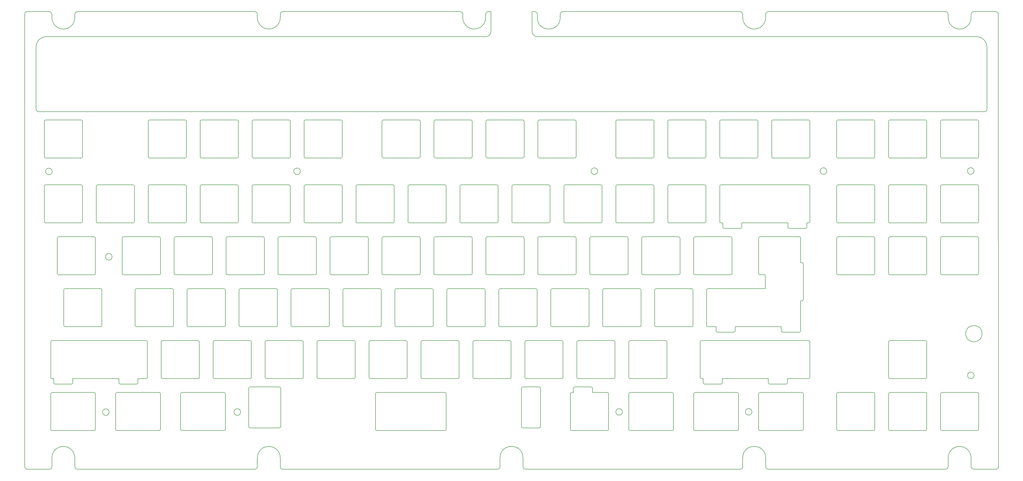
<source format=gbr>
%TF.GenerationSoftware,KiCad,Pcbnew,7.0.5*%
%TF.CreationDate,2023-07-12T21:57:34+02:00*%
%TF.ProjectId,Strata_Universal,53747261-7461-45f5-956e-697665727361,rev?*%
%TF.SameCoordinates,Original*%
%TF.FileFunction,Profile,NP*%
%FSLAX46Y46*%
G04 Gerber Fmt 4.6, Leading zero omitted, Abs format (unit mm)*
G04 Created by KiCad (PCBNEW 7.0.5) date 2023-07-12 21:57:34*
%MOMM*%
%LPD*%
G01*
G04 APERTURE LIST*
%TA.AperFunction,Profile*%
%ADD10C,0.200000*%
%TD*%
G04 APERTURE END LIST*
D10*
X-49763066Y142996348D02*
G75*
G03*
X-49763066Y142996348I-1200000J0D01*
G01*
X-27775844Y111682566D02*
G75*
G03*
X-27775844Y111682566I-1200000J0D01*
G01*
X-28877620Y54662882D02*
G75*
G03*
X-28877620Y54662882I-1200000J0D01*
G01*
X19322374Y54686956D02*
G75*
G03*
X19322374Y54686956I-1200000J0D01*
G01*
X41236922Y143041799D02*
G75*
G03*
X41236922Y143041799I-1200000J0D01*
G01*
X150236909Y143096240D02*
G75*
G03*
X150236909Y143096240I-1200000J0D01*
G01*
X159322357Y54756880D02*
G75*
G03*
X159322357Y54756880I-1200000J0D01*
G01*
X206822351Y54780604D02*
G75*
G03*
X206822351Y54780604I-1200000J0D01*
G01*
X234236898Y143138194D02*
G75*
G03*
X234236898Y143138194I-1200000J0D01*
G01*
X288236892Y143165165D02*
G75*
G03*
X288236892Y143165165I-1200000J0D01*
G01*
X288274359Y68149174D02*
G75*
G03*
X288274359Y68149174I-1200000J0D01*
G01*
X291192771Y83466697D02*
G75*
G03*
X291192771Y83466697I-3000000J0D01*
G01*
X-14832144Y80440344D02*
G75*
G03*
X-15332092Y80940344I-499975J25D01*
G01*
X-14832092Y80440344D02*
X-14832092Y67440344D01*
X-15332092Y66940342D02*
G75*
G03*
X-14832092Y67440344I-27J500027D01*
G01*
X-15332092Y66940344D02*
X-18300342Y66940344D01*
X-18300342Y66940344D02*
X-18300342Y65440344D01*
X-18800342Y64940392D02*
G75*
G03*
X-18300342Y65440344I23J499977D01*
G01*
X-18800342Y64940344D02*
X-24800342Y64940344D01*
X-25300344Y65440344D02*
G75*
G03*
X-24800342Y64940344I500025J25D01*
G01*
X-25300342Y65440344D02*
X-25300342Y66940344D01*
X-25300342Y66940344D02*
X-42176342Y66940344D01*
X-42176342Y66940344D02*
X-42176342Y65440344D01*
X-42676342Y64940392D02*
G75*
G03*
X-42176342Y65440344I23J499977D01*
G01*
X-42676342Y64940344D02*
X-48676342Y64940344D01*
X-49176344Y65440344D02*
G75*
G03*
X-48676342Y64940344I500025J25D01*
G01*
X-49176342Y65440344D02*
X-49176342Y66940344D01*
X-49176342Y66940344D02*
X-49763342Y66940344D01*
X-50263344Y67440344D02*
G75*
G03*
X-49763342Y66940344I500025J25D01*
G01*
X-50263342Y67440344D02*
X-50263342Y80440344D01*
X-49763342Y80940392D02*
G75*
G03*
X-50263342Y80440344I23J-500023D01*
G01*
X-49763342Y80940344D02*
X-15996229Y80940344D01*
X-15627068Y80940344D02*
G75*
G03*
X-15996229Y80940344I-184580J-982794D01*
G01*
X-15627068Y80940344D02*
X-15332092Y80940344D01*
X251867856Y61390344D02*
G75*
G03*
X251367908Y61890344I-499975J25D01*
G01*
X251867908Y61390344D02*
X251867908Y48390344D01*
X251367908Y47890342D02*
G75*
G03*
X251867908Y48390344I-27J500027D01*
G01*
X251367908Y47890344D02*
X238367908Y47890344D01*
X237867856Y48390344D02*
G75*
G03*
X238367908Y47890344I500025J25D01*
G01*
X237867908Y48390344D02*
X237867908Y61390344D01*
X238367908Y61890342D02*
G75*
G03*
X237867908Y61390344I-27J-499973D01*
G01*
X238367908Y61890344D02*
X251367908Y61890344D01*
X289467908Y105040342D02*
G75*
G03*
X289967908Y105540344I-27J500027D01*
G01*
X289467908Y105040344D02*
X276467908Y105040344D01*
X275967856Y105540344D02*
G75*
G03*
X276467908Y105040344I500025J25D01*
G01*
X275967908Y105540344D02*
X275967908Y118540344D01*
X276467908Y119040342D02*
G75*
G03*
X275967908Y118540344I-27J-499973D01*
G01*
X276467908Y119040344D02*
X289467908Y119040344D01*
X289967856Y118540344D02*
G75*
G03*
X289467908Y119040344I-499975J25D01*
G01*
X289967908Y118540344D02*
X289967908Y105540344D01*
X-33882144Y61390344D02*
G75*
G03*
X-34382092Y61890344I-499975J25D01*
G01*
X-33882092Y61390344D02*
X-33882092Y48390344D01*
X-34382092Y47890342D02*
G75*
G03*
X-33882092Y48390344I-27J500027D01*
G01*
X-34382092Y47890344D02*
X-49763342Y47890344D01*
X-50263344Y48390344D02*
G75*
G03*
X-49763342Y47890344I500025J25D01*
G01*
X-50263342Y48390344D02*
X-50263342Y61390344D01*
X-49763342Y61890392D02*
G75*
G03*
X-50263342Y61390344I23J-500023D01*
G01*
X-49763342Y61890344D02*
X-34382092Y61890344D01*
X94705356Y61390344D02*
G75*
G03*
X94205408Y61890344I-499975J25D01*
G01*
X94705408Y61390344D02*
X94705408Y48390344D01*
X94205408Y47890342D02*
G75*
G03*
X94705408Y48390344I-27J500027D01*
G01*
X94205408Y47890344D02*
X69299158Y47890344D01*
X68799156Y48390344D02*
G75*
G03*
X69299158Y47890344I500025J25D01*
G01*
X68799158Y48390344D02*
X68799158Y61390344D01*
X69299158Y61890392D02*
G75*
G03*
X68799158Y61390344I23J-500023D01*
G01*
X69299158Y61890344D02*
X94205408Y61890344D01*
X201861656Y61390344D02*
G75*
G03*
X201361658Y61890344I-499975J25D01*
G01*
X201861658Y61390344D02*
X201861658Y48390344D01*
X201361658Y47890392D02*
G75*
G03*
X201861658Y48390344I23J499977D01*
G01*
X201361658Y47890344D02*
X185980408Y47890344D01*
X185480356Y48390344D02*
G75*
G03*
X185980408Y47890344I500025J25D01*
G01*
X185480408Y48390344D02*
X185480408Y61390344D01*
X185980408Y61890342D02*
G75*
G03*
X185480408Y61390344I-27J-499973D01*
G01*
X185980408Y61890344D02*
X201361658Y61890344D01*
X156617856Y80440344D02*
G75*
G03*
X156117908Y80940344I-499975J25D01*
G01*
X156617908Y80440344D02*
X156617908Y67440344D01*
X156117908Y66940342D02*
G75*
G03*
X156617908Y67440344I-27J500027D01*
G01*
X156117908Y66940344D02*
X143117908Y66940344D01*
X142617856Y67440344D02*
G75*
G03*
X143117908Y66940344I500025J25D01*
G01*
X142617908Y67440344D02*
X142617908Y80440344D01*
X143117908Y80940342D02*
G75*
G03*
X142617908Y80440344I-27J-499973D01*
G01*
X143117908Y80940344D02*
X156117908Y80940344D01*
X80417856Y80440344D02*
G75*
G03*
X79917908Y80940344I-499975J25D01*
G01*
X80417908Y80440344D02*
X80417908Y67440344D01*
X79917908Y66940342D02*
G75*
G03*
X80417908Y67440344I-27J500027D01*
G01*
X79917908Y66940344D02*
X66917908Y66940344D01*
X66417856Y67440344D02*
G75*
G03*
X66917908Y66940344I500025J25D01*
G01*
X66417908Y67440344D02*
X66417908Y80440344D01*
X66917908Y80940342D02*
G75*
G03*
X66417908Y80440344I-27J-499973D01*
G01*
X66917908Y80940344D02*
X79917908Y80940344D01*
X4217856Y80440344D02*
G75*
G03*
X3717908Y80940344I-499975J25D01*
G01*
X4217908Y80440344D02*
X4217908Y67440344D01*
X3717908Y66940342D02*
G75*
G03*
X4217908Y67440344I-27J500027D01*
G01*
X3717908Y66940344D02*
X-9282092Y66940344D01*
X-9782144Y67440344D02*
G75*
G03*
X-9282092Y66940344I500025J25D01*
G01*
X-9782092Y67440344D02*
X-9782092Y80440344D01*
X-9282092Y80940342D02*
G75*
G03*
X-9782092Y80440344I-27J-499973D01*
G01*
X-9282092Y80940344D02*
X3717908Y80940344D01*
X-5307144Y99490344D02*
G75*
G03*
X-5807092Y99990344I-499975J25D01*
G01*
X-5307092Y99490344D02*
X-5307092Y86490344D01*
X-5807092Y85990342D02*
G75*
G03*
X-5307092Y86490344I-27J500027D01*
G01*
X-5807092Y85990344D02*
X-18807092Y85990344D01*
X-19307144Y86490344D02*
G75*
G03*
X-18807092Y85990344I500025J25D01*
G01*
X-19307092Y86490344D02*
X-19307092Y99490344D01*
X-18807092Y99990342D02*
G75*
G03*
X-19307092Y99490344I-27J-499973D01*
G01*
X-18807092Y99990344D02*
X-5807092Y99990344D01*
X32792856Y99490344D02*
G75*
G03*
X32292908Y99990344I-499975J25D01*
G01*
X32792908Y99490344D02*
X32792908Y86490344D01*
X32292908Y85990342D02*
G75*
G03*
X32792908Y86490344I-27J500027D01*
G01*
X32292908Y85990344D02*
X19292908Y85990344D01*
X18792856Y86490344D02*
G75*
G03*
X19292908Y85990344I500025J25D01*
G01*
X18792908Y86490344D02*
X18792908Y99490344D01*
X19292908Y99990342D02*
G75*
G03*
X18792908Y99490344I-27J-499973D01*
G01*
X19292908Y99990344D02*
X32292908Y99990344D01*
X70392908Y85990342D02*
G75*
G03*
X70892908Y86490344I-27J500027D01*
G01*
X70392908Y85990344D02*
X57392908Y85990344D01*
X56892856Y86490344D02*
G75*
G03*
X57392908Y85990344I500025J25D01*
G01*
X56892908Y86490344D02*
X56892908Y99490344D01*
X57392908Y99990342D02*
G75*
G03*
X56892908Y99490344I-27J-499973D01*
G01*
X57392908Y99990344D02*
X70392908Y99990344D01*
X70892856Y99490344D02*
G75*
G03*
X70392908Y99990344I-499975J25D01*
G01*
X70892908Y99490344D02*
X70892908Y86490344D01*
X108992856Y99490344D02*
G75*
G03*
X108492908Y99990344I-499975J25D01*
G01*
X108992908Y99490344D02*
X108992908Y86490344D01*
X108492908Y85990342D02*
G75*
G03*
X108992908Y86490344I-27J500027D01*
G01*
X108492908Y85990344D02*
X95492908Y85990344D01*
X94992856Y86490344D02*
G75*
G03*
X95492908Y85990344I500025J25D01*
G01*
X94992908Y86490344D02*
X94992908Y99490344D01*
X95492908Y99990342D02*
G75*
G03*
X94992908Y99490344I-27J-499973D01*
G01*
X95492908Y99990344D02*
X108492908Y99990344D01*
X147092856Y99490344D02*
G75*
G03*
X146592908Y99990344I-499975J25D01*
G01*
X147092908Y99490344D02*
X147092908Y86490344D01*
X146592908Y85990342D02*
G75*
G03*
X147092908Y86490344I-27J500027D01*
G01*
X146592908Y85990344D02*
X133592908Y85990344D01*
X133092856Y86490344D02*
G75*
G03*
X133592908Y85990344I500025J25D01*
G01*
X133092908Y86490344D02*
X133092908Y99490344D01*
X133592908Y99990342D02*
G75*
G03*
X133092908Y99490344I-27J-499973D01*
G01*
X133592908Y99990344D02*
X146592908Y99990344D01*
X184692908Y85990342D02*
G75*
G03*
X185192908Y86490344I-27J500027D01*
G01*
X184692908Y85990344D02*
X171692908Y85990344D01*
X171192856Y86490344D02*
G75*
G03*
X171692908Y85990344I500025J25D01*
G01*
X171192908Y86490344D02*
X171192908Y99490344D01*
X171692908Y99990342D02*
G75*
G03*
X171192908Y99490344I-27J-499973D01*
G01*
X171692908Y99990344D02*
X184692908Y99990344D01*
X185192856Y99490344D02*
G75*
G03*
X184692908Y99990344I-499975J25D01*
G01*
X185192908Y99490344D02*
X185192908Y86490344D01*
X219968356Y122590344D02*
G75*
G03*
X220468408Y122090344I500025J25D01*
G01*
X219968408Y122590344D02*
X219968408Y124090344D01*
X219968408Y124090344D02*
X203092408Y124090344D01*
X203092408Y124090344D02*
X203092408Y122590344D01*
X202592408Y122090342D02*
G75*
G03*
X203092408Y122590344I-27J500027D01*
G01*
X202592408Y122090344D02*
X196592408Y122090344D01*
X196092356Y122590344D02*
G75*
G03*
X196592408Y122090344I500025J25D01*
G01*
X196092408Y122590344D02*
X196092408Y124090344D01*
X196092408Y124090344D02*
X195505408Y124090344D01*
X195005356Y124590344D02*
G75*
G03*
X195505408Y124090344I500025J25D01*
G01*
X195005408Y124590344D02*
X195005408Y137590344D01*
X195505408Y138090342D02*
G75*
G03*
X195005408Y137590344I-27J-499973D01*
G01*
X195505408Y138090344D02*
X227555408Y138090344D01*
X228055356Y137590344D02*
G75*
G03*
X227555408Y138090344I-499975J25D01*
G01*
X228055408Y137590344D02*
X228055408Y124590344D01*
X227555408Y124090342D02*
G75*
G03*
X228055408Y124590344I-27J500027D01*
G01*
X227555408Y124090344D02*
X226968408Y124090344D01*
X226968408Y124090344D02*
X226968408Y122590344D01*
X226468408Y122090342D02*
G75*
G03*
X226968408Y122590344I-27J500027D01*
G01*
X226468408Y122090344D02*
X220468408Y122090344D01*
X132805356Y137590344D02*
G75*
G03*
X132305408Y138090344I-499975J25D01*
G01*
X132805408Y137590344D02*
X132805408Y124590344D01*
X132305408Y124090342D02*
G75*
G03*
X132805408Y124590344I-27J500027D01*
G01*
X132305408Y124090344D02*
X119305408Y124090344D01*
X118805356Y124590344D02*
G75*
G03*
X119305408Y124090344I500025J25D01*
G01*
X118805408Y124590344D02*
X118805408Y137590344D01*
X119305408Y138090342D02*
G75*
G03*
X118805408Y137590344I-27J-499973D01*
G01*
X119305408Y138090344D02*
X132305408Y138090344D01*
X56105408Y124090342D02*
G75*
G03*
X56605408Y124590344I-27J500027D01*
G01*
X56105408Y124090344D02*
X43105408Y124090344D01*
X42605356Y124590344D02*
G75*
G03*
X43105408Y124090344I500025J25D01*
G01*
X42605408Y124590344D02*
X42605408Y137590344D01*
X43105408Y138090342D02*
G75*
G03*
X42605408Y137590344I-27J-499973D01*
G01*
X43105408Y138090344D02*
X56105408Y138090344D01*
X56605356Y137590344D02*
G75*
G03*
X56105408Y138090344I-499975J25D01*
G01*
X56605408Y137590344D02*
X56605408Y124590344D01*
X-20094592Y124090342D02*
G75*
G03*
X-19594592Y124590344I-27J500027D01*
G01*
X-20094592Y124090344D02*
X-33094592Y124090344D01*
X-33594644Y124590344D02*
G75*
G03*
X-33094592Y124090344I500025J25D01*
G01*
X-33594592Y124590344D02*
X-33594592Y137590344D01*
X-33094592Y138090342D02*
G75*
G03*
X-33594592Y137590344I-27J-499973D01*
G01*
X-33094592Y138090344D02*
X-20094592Y138090344D01*
X-19594644Y137590344D02*
G75*
G03*
X-20094592Y138090344I-499975J25D01*
G01*
X-19594592Y137590344D02*
X-19594592Y124590344D01*
X-544644Y137590344D02*
G75*
G03*
X-1044592Y138090344I-499975J25D01*
G01*
X-544592Y137590344D02*
X-544592Y124590344D01*
X-1044592Y124090342D02*
G75*
G03*
X-544592Y124590344I-27J500027D01*
G01*
X-1044592Y124090344D02*
X-14044592Y124090344D01*
X-14544644Y124590344D02*
G75*
G03*
X-14044592Y124090344I500025J25D01*
G01*
X-14544592Y124590344D02*
X-14544592Y137590344D01*
X-14044592Y138090342D02*
G75*
G03*
X-14544592Y137590344I-27J-499973D01*
G01*
X-14044592Y138090344D02*
X-1044592Y138090344D01*
X75655356Y137590344D02*
G75*
G03*
X75155408Y138090344I-499975J25D01*
G01*
X75655408Y137590344D02*
X75655408Y124590344D01*
X75155408Y124090342D02*
G75*
G03*
X75655408Y124590344I-27J500027D01*
G01*
X75155408Y124090344D02*
X62155408Y124090344D01*
X61655356Y124590344D02*
G75*
G03*
X62155408Y124090344I500025J25D01*
G01*
X61655408Y124590344D02*
X61655408Y137590344D01*
X62155408Y138090342D02*
G75*
G03*
X61655408Y137590344I-27J-499973D01*
G01*
X62155408Y138090344D02*
X75155408Y138090344D01*
X151355408Y124090342D02*
G75*
G03*
X151855408Y124590344I-27J500027D01*
G01*
X151355408Y124090344D02*
X138355408Y124090344D01*
X137855356Y124590344D02*
G75*
G03*
X138355408Y124090344I500025J25D01*
G01*
X137855408Y124590344D02*
X137855408Y137590344D01*
X138355408Y138090342D02*
G75*
G03*
X137855408Y137590344I-27J-499973D01*
G01*
X138355408Y138090344D02*
X151355408Y138090344D01*
X151855356Y137590344D02*
G75*
G03*
X151355408Y138090344I-499975J25D01*
G01*
X151855408Y137590344D02*
X151855408Y124590344D01*
X224174158Y119040344D02*
X209792908Y119040344D01*
X209792908Y119040342D02*
G75*
G03*
X209292908Y118540344I-27J-499973D01*
G01*
X209292908Y118540344D02*
X209292908Y105540344D01*
X209292856Y105540344D02*
G75*
G03*
X209792908Y105040344I500025J25D01*
G01*
X209792908Y105040344D02*
X211674158Y105040344D01*
X211674158Y105040344D02*
X211674158Y99990344D01*
X211674158Y99990344D02*
X190742908Y99990344D01*
X190742908Y99990342D02*
G75*
G03*
X190242908Y99490344I-27J-499973D01*
G01*
X190242908Y99490344D02*
X190242908Y86490344D01*
X190242856Y86490344D02*
G75*
G03*
X190742908Y85990344I500025J25D01*
G01*
X190742908Y85990344D02*
X193711158Y85990344D01*
X193711158Y85990344D02*
X193711158Y84490344D01*
X193711156Y84490344D02*
G75*
G03*
X194211158Y83990344I500025J25D01*
G01*
X194211158Y83990344D02*
X200211158Y83990344D01*
X200211158Y83990392D02*
G75*
G03*
X200711158Y84490344I23J499977D01*
G01*
X200711158Y84490344D02*
X200711158Y85990344D01*
X200711158Y85990344D02*
X217587158Y85990344D01*
X217587158Y85990344D02*
X217587158Y84490344D01*
X217587156Y84490344D02*
G75*
G03*
X218087158Y83990344I500025J25D01*
G01*
X218087158Y83990344D02*
X224174158Y83990344D01*
X224174158Y83990392D02*
G75*
G03*
X224674158Y84490344I23J499977D01*
G01*
X224674158Y84490344D02*
X224674158Y95515344D01*
X224674158Y95515344D02*
X225174158Y95515344D01*
X225174158Y95515392D02*
G75*
G03*
X225674158Y96015344I23J499977D01*
G01*
X225674158Y96015344D02*
X225674158Y109015344D01*
X225674156Y109015344D02*
G75*
G03*
X225174158Y109515344I-499975J25D01*
G01*
X225174158Y109515344D02*
X224674158Y109515344D01*
X224674158Y109515344D02*
X224674158Y118540344D01*
X224674156Y118540344D02*
G75*
G03*
X224174158Y119040344I-499975J25D01*
G01*
X166142856Y99490344D02*
G75*
G03*
X165642908Y99990344I-499975J25D01*
G01*
X166142908Y99490344D02*
X166142908Y86490344D01*
X165642908Y85990342D02*
G75*
G03*
X166142908Y86490344I-27J500027D01*
G01*
X165642908Y85990344D02*
X152642908Y85990344D01*
X152142856Y86490344D02*
G75*
G03*
X152642908Y85990344I500025J25D01*
G01*
X152142908Y86490344D02*
X152142908Y99490344D01*
X152642908Y99990342D02*
G75*
G03*
X152142908Y99490344I-27J-499973D01*
G01*
X152642908Y99990344D02*
X165642908Y99990344D01*
X127542908Y85990342D02*
G75*
G03*
X128042908Y86490344I-27J500027D01*
G01*
X127542908Y85990344D02*
X114542908Y85990344D01*
X114042856Y86490344D02*
G75*
G03*
X114542908Y85990344I500025J25D01*
G01*
X114042908Y86490344D02*
X114042908Y99490344D01*
X114542908Y99990342D02*
G75*
G03*
X114042908Y99490344I-27J-499973D01*
G01*
X114542908Y99990344D02*
X127542908Y99990344D01*
X128042856Y99490344D02*
G75*
G03*
X127542908Y99990344I-499975J25D01*
G01*
X128042908Y99490344D02*
X128042908Y86490344D01*
X89942856Y99490344D02*
G75*
G03*
X89442908Y99990344I-499975J25D01*
G01*
X89942908Y99490344D02*
X89942908Y86490344D01*
X89442908Y85990342D02*
G75*
G03*
X89942908Y86490344I-27J500027D01*
G01*
X89442908Y85990344D02*
X76442908Y85990344D01*
X75942856Y86490344D02*
G75*
G03*
X76442908Y85990344I500025J25D01*
G01*
X75942908Y86490344D02*
X75942908Y99490344D01*
X76442908Y99990342D02*
G75*
G03*
X75942908Y99490344I-27J-499973D01*
G01*
X76442908Y99990344D02*
X89442908Y99990344D01*
X51842856Y99490344D02*
G75*
G03*
X51342908Y99990344I-499975J25D01*
G01*
X51842908Y99490344D02*
X51842908Y86490344D01*
X51342908Y85990342D02*
G75*
G03*
X51842908Y86490344I-27J500027D01*
G01*
X51342908Y85990344D02*
X38342908Y85990344D01*
X37842856Y86490344D02*
G75*
G03*
X38342908Y85990344I500025J25D01*
G01*
X37842908Y86490344D02*
X37842908Y99490344D01*
X38342908Y99990342D02*
G75*
G03*
X37842908Y99490344I-27J-499973D01*
G01*
X38342908Y99990344D02*
X51342908Y99990344D01*
X13742856Y99490344D02*
G75*
G03*
X13242908Y99990344I-499975J25D01*
G01*
X13742908Y99490344D02*
X13742908Y86490344D01*
X13242908Y85990342D02*
G75*
G03*
X13742908Y86490344I-27J500027D01*
G01*
X13242908Y85990344D02*
X242908Y85990344D01*
X-257144Y86490344D02*
G75*
G03*
X242908Y85990344I500025J25D01*
G01*
X-257092Y86490344D02*
X-257092Y99490344D01*
X242908Y99990342D02*
G75*
G03*
X-257092Y99490344I-27J-499973D01*
G01*
X242908Y99990344D02*
X13242908Y99990344D01*
X-31500844Y99490344D02*
G75*
G03*
X-32000842Y99990344I-499975J25D01*
G01*
X-31500842Y99490344D02*
X-31500842Y86490344D01*
X-32000842Y85990392D02*
G75*
G03*
X-31500842Y86490344I23J499977D01*
G01*
X-32000842Y85990344D02*
X-45000842Y85990344D01*
X-45500844Y86490344D02*
G75*
G03*
X-45000842Y85990344I500025J25D01*
G01*
X-45500842Y86490344D02*
X-45500842Y99490344D01*
X-45000842Y99990392D02*
G75*
G03*
X-45500842Y99490344I23J-500023D01*
G01*
X-45000842Y99990344D02*
X-32000842Y99990344D01*
X23267856Y80440344D02*
G75*
G03*
X22767908Y80940344I-499975J25D01*
G01*
X23267908Y80440344D02*
X23267908Y67440344D01*
X22767908Y66940342D02*
G75*
G03*
X23267908Y67440344I-27J500027D01*
G01*
X22767908Y66940344D02*
X9767908Y66940344D01*
X9267856Y67440344D02*
G75*
G03*
X9767908Y66940344I500025J25D01*
G01*
X9267908Y67440344D02*
X9267908Y80440344D01*
X9767908Y80940342D02*
G75*
G03*
X9267908Y80440344I-27J-499973D01*
G01*
X9767908Y80940344D02*
X22767908Y80940344D01*
X99467856Y80440344D02*
G75*
G03*
X98967908Y80940344I-499975J25D01*
G01*
X99467908Y80440344D02*
X99467908Y67440344D01*
X98967908Y66940342D02*
G75*
G03*
X99467908Y67440344I-27J500027D01*
G01*
X98967908Y66940344D02*
X85967908Y66940344D01*
X85467856Y67440344D02*
G75*
G03*
X85967908Y66940344I500025J25D01*
G01*
X85467908Y67440344D02*
X85467908Y80440344D01*
X85967908Y80940342D02*
G75*
G03*
X85467908Y80440344I-27J-499973D01*
G01*
X85967908Y80940344D02*
X98967908Y80940344D01*
X175667856Y80440344D02*
G75*
G03*
X175167908Y80940344I-499975J25D01*
G01*
X175667908Y80440344D02*
X175667908Y67440344D01*
X175167908Y66940342D02*
G75*
G03*
X175667908Y67440344I-27J500027D01*
G01*
X175167908Y66940344D02*
X162167908Y66940344D01*
X161667856Y67440344D02*
G75*
G03*
X162167908Y66940344I500025J25D01*
G01*
X161667908Y67440344D02*
X161667908Y80440344D01*
X162167908Y80940342D02*
G75*
G03*
X161667908Y80440344I-27J-499973D01*
G01*
X162167908Y80940344D02*
X175167908Y80940344D01*
X178049156Y61390344D02*
G75*
G03*
X177549158Y61890344I-499975J25D01*
G01*
X178049158Y61390344D02*
X178049158Y48390344D01*
X177549158Y47890392D02*
G75*
G03*
X178049158Y48390344I23J499977D01*
G01*
X177549158Y47890344D02*
X162167908Y47890344D01*
X161667856Y48390344D02*
G75*
G03*
X162167908Y47890344I500025J25D01*
G01*
X161667908Y48390344D02*
X161667908Y61390344D01*
X162167908Y61890342D02*
G75*
G03*
X161667908Y61390344I-27J-499973D01*
G01*
X162167908Y61890344D02*
X177549158Y61890344D01*
X34055356Y63390344D02*
G75*
G03*
X33555408Y63890344I-499975J25D01*
G01*
X34055408Y63390344D02*
X34055408Y49390344D01*
X33555408Y48890342D02*
G75*
G03*
X34055408Y49390344I-27J500027D01*
G01*
X33555408Y48890344D02*
X22799158Y48890344D01*
X22299156Y49390344D02*
G75*
G03*
X22799158Y48890344I500025J25D01*
G01*
X22299158Y49390344D02*
X22299158Y63390344D01*
X22799158Y63890392D02*
G75*
G03*
X22299158Y63390344I23J-500023D01*
G01*
X22799158Y63890344D02*
X33555408Y63890344D01*
X251867856Y137590344D02*
G75*
G03*
X251367908Y138090344I-499975J25D01*
G01*
X251867908Y137590344D02*
X251867908Y124590344D01*
X251367908Y124090342D02*
G75*
G03*
X251867908Y124590344I-27J500027D01*
G01*
X251367908Y124090344D02*
X238367908Y124090344D01*
X237867856Y124590344D02*
G75*
G03*
X238367908Y124090344I500025J25D01*
G01*
X237867908Y124590344D02*
X237867908Y137590344D01*
X238367908Y138090342D02*
G75*
G03*
X237867908Y137590344I-27J-499973D01*
G01*
X238367908Y138090344D02*
X251367908Y138090344D01*
X270417908Y105040342D02*
G75*
G03*
X270917908Y105540344I-27J500027D01*
G01*
X270417908Y105040344D02*
X257417908Y105040344D01*
X256917856Y105540344D02*
G75*
G03*
X257417908Y105040344I500025J25D01*
G01*
X256917908Y105540344D02*
X256917908Y118540344D01*
X257417908Y119040342D02*
G75*
G03*
X256917908Y118540344I-27J-499973D01*
G01*
X257417908Y119040344D02*
X270417908Y119040344D01*
X270917856Y118540344D02*
G75*
G03*
X270417908Y119040344I-499975J25D01*
G01*
X270917908Y118540344D02*
X270917908Y105540344D01*
X270917856Y61390344D02*
G75*
G03*
X270417908Y61890344I-499975J25D01*
G01*
X270917908Y61390344D02*
X270917908Y48390344D01*
X270417908Y47890342D02*
G75*
G03*
X270917908Y48390344I-27J500027D01*
G01*
X270417908Y47890344D02*
X257417908Y47890344D01*
X256917856Y48390344D02*
G75*
G03*
X257417908Y47890344I500025J25D01*
G01*
X256917908Y48390344D02*
X256917908Y61390344D01*
X257417908Y61890342D02*
G75*
G03*
X256917908Y61390344I-27J-499973D01*
G01*
X257417908Y61890344D02*
X270417908Y61890344D01*
X270917856Y80440344D02*
G75*
G03*
X270417908Y80940344I-499975J25D01*
G01*
X270917908Y80440344D02*
X270917908Y67440344D01*
X270417908Y66940342D02*
G75*
G03*
X270917908Y67440344I-27J500027D01*
G01*
X270417908Y66940344D02*
X257417908Y66940344D01*
X256917856Y67440344D02*
G75*
G03*
X257417908Y66940344I500025J25D01*
G01*
X256917908Y67440344D02*
X256917908Y80440344D01*
X257417908Y80940342D02*
G75*
G03*
X256917908Y80440344I-27J-499973D01*
G01*
X257417908Y80940344D02*
X270417908Y80940344D01*
X289967856Y137590344D02*
G75*
G03*
X289467908Y138090344I-499975J25D01*
G01*
X289967908Y137590344D02*
X289967908Y124590344D01*
X289467908Y124090342D02*
G75*
G03*
X289967908Y124590344I-27J500027D01*
G01*
X289467908Y124090344D02*
X276467908Y124090344D01*
X275967856Y124590344D02*
G75*
G03*
X276467908Y124090344I500025J25D01*
G01*
X275967908Y124590344D02*
X275967908Y137590344D01*
X276467908Y138090342D02*
G75*
G03*
X275967908Y137590344I-27J-499973D01*
G01*
X276467908Y138090344D02*
X289467908Y138090344D01*
X-10069644Y61390344D02*
G75*
G03*
X-10569592Y61890344I-499975J25D01*
G01*
X-10069592Y61390344D02*
X-10069592Y48390344D01*
X-10569592Y47890342D02*
G75*
G03*
X-10069592Y48390344I-27J500027D01*
G01*
X-10569592Y47890344D02*
X-25950842Y47890344D01*
X-26450844Y48390344D02*
G75*
G03*
X-25950842Y47890344I500025J25D01*
G01*
X-26450842Y48390344D02*
X-26450842Y61390344D01*
X-25950842Y61890392D02*
G75*
G03*
X-26450842Y61390344I23J-500023D01*
G01*
X-25950842Y61890344D02*
X-10569592Y61890344D01*
X129299156Y63390344D02*
G75*
G03*
X128799158Y63890344I-499975J25D01*
G01*
X129299158Y63390344D02*
X129299158Y49390344D01*
X128799158Y48890392D02*
G75*
G03*
X129299158Y49390344I23J499977D01*
G01*
X128799158Y48890344D02*
X122799158Y48890344D01*
X122299156Y49390344D02*
G75*
G03*
X122799158Y48890344I500025J25D01*
G01*
X122299158Y49390344D02*
X122299158Y63390344D01*
X122799158Y63890392D02*
G75*
G03*
X122299158Y63390344I23J-500023D01*
G01*
X122799158Y63890344D02*
X128799158Y63890344D01*
X225674156Y61390344D02*
G75*
G03*
X225174158Y61890344I-499975J25D01*
G01*
X225674158Y61390344D02*
X225674158Y48390344D01*
X225174158Y47890392D02*
G75*
G03*
X225674158Y48390344I23J499977D01*
G01*
X225174158Y47890344D02*
X209792908Y47890344D01*
X209292856Y48390344D02*
G75*
G03*
X209792908Y47890344I500025J25D01*
G01*
X209292908Y48390344D02*
X209292908Y61390344D01*
X209792908Y61890342D02*
G75*
G03*
X209292908Y61390344I-27J-499973D01*
G01*
X209792908Y61890344D02*
X225174158Y61890344D01*
X137067908Y66940342D02*
G75*
G03*
X137567908Y67440344I-27J500027D01*
G01*
X137067908Y66940344D02*
X124067908Y66940344D01*
X123567856Y67440344D02*
G75*
G03*
X124067908Y66940344I500025J25D01*
G01*
X123567908Y67440344D02*
X123567908Y80440344D01*
X124067908Y80940342D02*
G75*
G03*
X123567908Y80440344I-27J-499973D01*
G01*
X124067908Y80940344D02*
X137067908Y80940344D01*
X137567856Y80440344D02*
G75*
G03*
X137067908Y80940344I-499975J25D01*
G01*
X137567908Y80440344D02*
X137567908Y67440344D01*
X60867908Y66940342D02*
G75*
G03*
X61367908Y67440344I-27J500027D01*
G01*
X60867908Y66940344D02*
X47867908Y66940344D01*
X47367856Y67440344D02*
G75*
G03*
X47867908Y66940344I500025J25D01*
G01*
X47367908Y67440344D02*
X47367908Y80440344D01*
X47867908Y80940342D02*
G75*
G03*
X47367908Y80440344I-27J-499973D01*
G01*
X47867908Y80940344D02*
X60867908Y80940344D01*
X61367856Y80440344D02*
G75*
G03*
X60867908Y80940344I-499975J25D01*
G01*
X61367908Y80440344D02*
X61367908Y67440344D01*
X-10569592Y105040342D02*
G75*
G03*
X-10069592Y105540344I-27J500027D01*
G01*
X-10569592Y105040344D02*
X-23569592Y105040344D01*
X-24069644Y105540344D02*
G75*
G03*
X-23569592Y105040344I500025J25D01*
G01*
X-24069592Y105540344D02*
X-24069592Y118540344D01*
X-23569592Y119040342D02*
G75*
G03*
X-24069592Y118540344I-27J-499973D01*
G01*
X-23569592Y119040344D02*
X-10569592Y119040344D01*
X-10069644Y118540344D02*
G75*
G03*
X-10569592Y119040344I-499975J25D01*
G01*
X-10069592Y118540344D02*
X-10069592Y105540344D01*
X28030356Y118540344D02*
G75*
G03*
X27530408Y119040344I-499975J25D01*
G01*
X28030408Y118540344D02*
X28030408Y105540344D01*
X27530408Y105040342D02*
G75*
G03*
X28030408Y105540344I-27J500027D01*
G01*
X27530408Y105040344D02*
X14530408Y105040344D01*
X14030356Y105540344D02*
G75*
G03*
X14530408Y105040344I500025J25D01*
G01*
X14030408Y105540344D02*
X14030408Y118540344D01*
X14530408Y119040342D02*
G75*
G03*
X14030408Y118540344I-27J-499973D01*
G01*
X14530408Y119040344D02*
X27530408Y119040344D01*
X65630408Y105040342D02*
G75*
G03*
X66130408Y105540344I-27J500027D01*
G01*
X65630408Y105040344D02*
X52630408Y105040344D01*
X52130356Y105540344D02*
G75*
G03*
X52630408Y105040344I500025J25D01*
G01*
X52130408Y105540344D02*
X52130408Y118540344D01*
X52630408Y119040342D02*
G75*
G03*
X52130408Y118540344I-27J-499973D01*
G01*
X52630408Y119040344D02*
X65630408Y119040344D01*
X66130356Y118540344D02*
G75*
G03*
X65630408Y119040344I-499975J25D01*
G01*
X66130408Y118540344D02*
X66130408Y105540344D01*
X104230356Y118540344D02*
G75*
G03*
X103730408Y119040344I-499975J25D01*
G01*
X104230408Y118540344D02*
X104230408Y105540344D01*
X103730408Y105040342D02*
G75*
G03*
X104230408Y105540344I-27J500027D01*
G01*
X103730408Y105040344D02*
X90730408Y105040344D01*
X90230356Y105540344D02*
G75*
G03*
X90730408Y105040344I500025J25D01*
G01*
X90230408Y105540344D02*
X90230408Y118540344D01*
X90730408Y119040342D02*
G75*
G03*
X90230408Y118540344I-27J-499973D01*
G01*
X90730408Y119040344D02*
X103730408Y119040344D01*
X142330356Y118540344D02*
G75*
G03*
X141830408Y119040344I-499975J25D01*
G01*
X142330408Y118540344D02*
X142330408Y105540344D01*
X141830408Y105040342D02*
G75*
G03*
X142330408Y105540344I-27J500027D01*
G01*
X141830408Y105040344D02*
X128830408Y105040344D01*
X128330356Y105540344D02*
G75*
G03*
X128830408Y105040344I500025J25D01*
G01*
X128330408Y105540344D02*
X128330408Y118540344D01*
X128830408Y119040342D02*
G75*
G03*
X128330408Y118540344I-27J-499973D01*
G01*
X128830408Y119040344D02*
X141830408Y119040344D01*
X180430356Y118540344D02*
G75*
G03*
X179930408Y119040344I-499975J25D01*
G01*
X180430408Y118540344D02*
X180430408Y105540344D01*
X179930408Y105040342D02*
G75*
G03*
X180430408Y105540344I-27J500027D01*
G01*
X179930408Y105040344D02*
X166930408Y105040344D01*
X166430356Y105540344D02*
G75*
G03*
X166930408Y105040344I500025J25D01*
G01*
X166430408Y105540344D02*
X166430408Y118540344D01*
X166930408Y119040342D02*
G75*
G03*
X166430408Y118540344I-27J-499973D01*
G01*
X166930408Y119040344D02*
X179930408Y119040344D01*
X189955356Y137590344D02*
G75*
G03*
X189455408Y138090344I-499975J25D01*
G01*
X189955408Y137590344D02*
X189955408Y124590344D01*
X189455408Y124090342D02*
G75*
G03*
X189955408Y124590344I-27J500027D01*
G01*
X189455408Y124090344D02*
X176455408Y124090344D01*
X175955356Y124590344D02*
G75*
G03*
X176455408Y124090344I500025J25D01*
G01*
X175955408Y124590344D02*
X175955408Y137590344D01*
X176455408Y138090342D02*
G75*
G03*
X175955408Y137590344I-27J-499973D01*
G01*
X176455408Y138090344D02*
X189455408Y138090344D01*
X113755356Y137590344D02*
G75*
G03*
X113255408Y138090344I-499975J25D01*
G01*
X113755408Y137590344D02*
X113755408Y124590344D01*
X113255408Y124090342D02*
G75*
G03*
X113755408Y124590344I-27J500027D01*
G01*
X113255408Y124090344D02*
X100255408Y124090344D01*
X99755356Y124590344D02*
G75*
G03*
X100255408Y124090344I500025J25D01*
G01*
X99755408Y124590344D02*
X99755408Y137590344D01*
X100255408Y138090342D02*
G75*
G03*
X99755408Y137590344I-27J-499973D01*
G01*
X100255408Y138090344D02*
X113255408Y138090344D01*
X37555356Y137590344D02*
G75*
G03*
X37055408Y138090344I-499975J25D01*
G01*
X37555408Y137590344D02*
X37555408Y124590344D01*
X37055408Y124090342D02*
G75*
G03*
X37555408Y124590344I-27J500027D01*
G01*
X37055408Y124090344D02*
X24055408Y124090344D01*
X23555356Y124590344D02*
G75*
G03*
X24055408Y124090344I500025J25D01*
G01*
X23555408Y124590344D02*
X23555408Y137590344D01*
X24055408Y138090342D02*
G75*
G03*
X23555408Y137590344I-27J-499973D01*
G01*
X24055408Y138090344D02*
X37055408Y138090344D01*
X-38644644Y137590344D02*
G75*
G03*
X-39144592Y138090344I-499975J25D01*
G01*
X-38644592Y137590344D02*
X-38644592Y124590344D01*
X-39144592Y124090342D02*
G75*
G03*
X-38644592Y124590344I-27J500027D01*
G01*
X-39144592Y124090344D02*
X-52144592Y124090344D01*
X-52644644Y124590344D02*
G75*
G03*
X-52144592Y124090344I500025J25D01*
G01*
X-52644592Y124590344D02*
X-52644592Y137590344D01*
X-52144592Y138090342D02*
G75*
G03*
X-52644592Y137590344I-27J-499973D01*
G01*
X-52144592Y138090344D02*
X-39144592Y138090344D01*
X18505356Y137590344D02*
G75*
G03*
X18005408Y138090344I-499975J25D01*
G01*
X18505408Y137590344D02*
X18505408Y124590344D01*
X18005408Y124090342D02*
G75*
G03*
X18505408Y124590344I-27J500027D01*
G01*
X18005408Y124090344D02*
X5005408Y124090344D01*
X4505356Y124590344D02*
G75*
G03*
X5005408Y124090344I500025J25D01*
G01*
X4505408Y124590344D02*
X4505408Y137590344D01*
X5005408Y138090342D02*
G75*
G03*
X4505408Y137590344I-27J-499973D01*
G01*
X5005408Y138090344D02*
X18005408Y138090344D01*
X94705356Y137590344D02*
G75*
G03*
X94205408Y138090344I-499975J25D01*
G01*
X94705408Y137590344D02*
X94705408Y124590344D01*
X94205408Y124090342D02*
G75*
G03*
X94705408Y124590344I-27J500027D01*
G01*
X94205408Y124090344D02*
X81205408Y124090344D01*
X80705356Y124590344D02*
G75*
G03*
X81205408Y124090344I500025J25D01*
G01*
X80705408Y124590344D02*
X80705408Y137590344D01*
X81205408Y138090342D02*
G75*
G03*
X80705408Y137590344I-27J-499973D01*
G01*
X81205408Y138090344D02*
X94205408Y138090344D01*
X170905356Y137590344D02*
G75*
G03*
X170405408Y138090344I-499975J25D01*
G01*
X170905408Y137590344D02*
X170905408Y124590344D01*
X170405408Y124090342D02*
G75*
G03*
X170905408Y124590344I-27J500027D01*
G01*
X170405408Y124090344D02*
X157405408Y124090344D01*
X156905356Y124590344D02*
G75*
G03*
X157405408Y124090344I500025J25D01*
G01*
X156905408Y124590344D02*
X156905408Y137590344D01*
X157405408Y138090342D02*
G75*
G03*
X156905408Y137590344I-27J-499973D01*
G01*
X157405408Y138090344D02*
X170405408Y138090344D01*
X199480356Y118540344D02*
G75*
G03*
X198980408Y119040344I-499975J25D01*
G01*
X199480408Y118540344D02*
X199480408Y105540344D01*
X198980408Y105040342D02*
G75*
G03*
X199480408Y105540344I-27J500027D01*
G01*
X198980408Y105040344D02*
X185980408Y105040344D01*
X185480356Y105540344D02*
G75*
G03*
X185980408Y105040344I500025J25D01*
G01*
X185480408Y105540344D02*
X185480408Y118540344D01*
X185980408Y119040342D02*
G75*
G03*
X185480408Y118540344I-27J-499973D01*
G01*
X185980408Y119040344D02*
X198980408Y119040344D01*
X161380356Y118540344D02*
G75*
G03*
X160880408Y119040344I-499975J25D01*
G01*
X161380408Y118540344D02*
X161380408Y105540344D01*
X160880408Y105040342D02*
G75*
G03*
X161380408Y105540344I-27J500027D01*
G01*
X160880408Y105040344D02*
X147880408Y105040344D01*
X147380356Y105540344D02*
G75*
G03*
X147880408Y105040344I500025J25D01*
G01*
X147380408Y105540344D02*
X147380408Y118540344D01*
X147880408Y119040342D02*
G75*
G03*
X147380408Y118540344I-27J-499973D01*
G01*
X147880408Y119040344D02*
X160880408Y119040344D01*
X123280356Y118540344D02*
G75*
G03*
X122780408Y119040344I-499975J25D01*
G01*
X123280408Y118540344D02*
X123280408Y105540344D01*
X122780408Y105040342D02*
G75*
G03*
X123280408Y105540344I-27J500027D01*
G01*
X122780408Y105040344D02*
X109780408Y105040344D01*
X109280356Y105540344D02*
G75*
G03*
X109780408Y105040344I500025J25D01*
G01*
X109280408Y105540344D02*
X109280408Y118540344D01*
X109780408Y119040342D02*
G75*
G03*
X109280408Y118540344I-27J-499973D01*
G01*
X109780408Y119040344D02*
X122780408Y119040344D01*
X85180356Y118540344D02*
G75*
G03*
X84680408Y119040344I-499975J25D01*
G01*
X85180408Y118540344D02*
X85180408Y105540344D01*
X84680408Y105040342D02*
G75*
G03*
X85180408Y105540344I-27J500027D01*
G01*
X84680408Y105040344D02*
X71680408Y105040344D01*
X71180356Y105540344D02*
G75*
G03*
X71680408Y105040344I500025J25D01*
G01*
X71180408Y105540344D02*
X71180408Y118540344D01*
X71680408Y119040342D02*
G75*
G03*
X71180408Y118540344I-27J-499973D01*
G01*
X71680408Y119040344D02*
X84680408Y119040344D01*
X47080356Y118540344D02*
G75*
G03*
X46580408Y119040344I-499975J25D01*
G01*
X47080408Y118540344D02*
X47080408Y105540344D01*
X46580408Y105040342D02*
G75*
G03*
X47080408Y105540344I-27J500027D01*
G01*
X46580408Y105040344D02*
X33580408Y105040344D01*
X33080356Y105540344D02*
G75*
G03*
X33580408Y105040344I500025J25D01*
G01*
X33080408Y105540344D02*
X33080408Y118540344D01*
X33580408Y119040342D02*
G75*
G03*
X33080408Y118540344I-27J-499973D01*
G01*
X33580408Y119040344D02*
X46580408Y119040344D01*
X8480408Y105040342D02*
G75*
G03*
X8980408Y105540344I-27J500027D01*
G01*
X8480408Y105040344D02*
X-4519592Y105040344D01*
X-5019644Y105540344D02*
G75*
G03*
X-4519592Y105040344I500025J25D01*
G01*
X-5019592Y105540344D02*
X-5019592Y118540344D01*
X-4519592Y119040342D02*
G75*
G03*
X-5019592Y118540344I-27J-499973D01*
G01*
X-4519592Y119040344D02*
X8480408Y119040344D01*
X8980356Y118540344D02*
G75*
G03*
X8480408Y119040344I-499975J25D01*
G01*
X8980408Y118540344D02*
X8980408Y105540344D01*
X-34382092Y105040342D02*
G75*
G03*
X-33882092Y105540344I-27J500027D01*
G01*
X-34382092Y105040344D02*
X-47382092Y105040344D01*
X-47882144Y105540344D02*
G75*
G03*
X-47382092Y105040344I500025J25D01*
G01*
X-47882092Y105540344D02*
X-47882092Y118540344D01*
X-47382092Y119040342D02*
G75*
G03*
X-47882092Y118540344I-27J-499973D01*
G01*
X-47382092Y119040344D02*
X-34382092Y119040344D01*
X-33882144Y118540344D02*
G75*
G03*
X-34382092Y119040344I-499975J25D01*
G01*
X-33882092Y118540344D02*
X-33882092Y105540344D01*
X42317856Y80440344D02*
G75*
G03*
X41817908Y80940344I-499975J25D01*
G01*
X42317908Y80440344D02*
X42317908Y67440344D01*
X41817908Y66940342D02*
G75*
G03*
X42317908Y67440344I-27J500027D01*
G01*
X41817908Y66940344D02*
X28817908Y66940344D01*
X28317856Y67440344D02*
G75*
G03*
X28817908Y66940344I500025J25D01*
G01*
X28317908Y67440344D02*
X28317908Y80440344D01*
X28817908Y80940342D02*
G75*
G03*
X28317908Y80440344I-27J-499973D01*
G01*
X28817908Y80940344D02*
X41817908Y80940344D01*
X118517856Y80440344D02*
G75*
G03*
X118017908Y80940344I-499975J25D01*
G01*
X118517908Y80440344D02*
X118517908Y67440344D01*
X118017908Y66940342D02*
G75*
G03*
X118517908Y67440344I-27J500027D01*
G01*
X118017908Y66940344D02*
X105017908Y66940344D01*
X104517856Y67440344D02*
G75*
G03*
X105017908Y66940344I500025J25D01*
G01*
X104517908Y67440344D02*
X104517908Y80440344D01*
X105017908Y80940342D02*
G75*
G03*
X104517908Y80440344I-27J-499973D01*
G01*
X105017908Y80940344D02*
X118017908Y80940344D01*
X228055356Y80440344D02*
G75*
G03*
X227555408Y80940344I-499975J25D01*
G01*
X228055408Y80440344D02*
X228055408Y67440344D01*
X227555408Y66940342D02*
G75*
G03*
X228055408Y67440344I-27J500027D01*
G01*
X227555408Y66940344D02*
X219824658Y66940344D01*
X219824658Y66940344D02*
X219824658Y65440344D01*
X219324658Y64940392D02*
G75*
G03*
X219824658Y65440344I23J499977D01*
G01*
X219324658Y64940344D02*
X213324658Y64940344D01*
X212824656Y65440344D02*
G75*
G03*
X213324658Y64940344I500025J25D01*
G01*
X212824658Y65440344D02*
X212824658Y66940344D01*
X212824658Y66940344D02*
X195948658Y66940344D01*
X195948658Y66940344D02*
X195948658Y65440344D01*
X195448658Y64940392D02*
G75*
G03*
X195948658Y65440344I23J499977D01*
G01*
X195448658Y64940344D02*
X189448658Y64940344D01*
X188948656Y65440344D02*
G75*
G03*
X189448658Y64940344I500025J25D01*
G01*
X188948658Y65440344D02*
X188948658Y66940344D01*
X188948658Y66940344D02*
X188361658Y66940344D01*
X187861656Y67440344D02*
G75*
G03*
X188361658Y66940344I500025J25D01*
G01*
X187861658Y67440344D02*
X187861658Y80440344D01*
X188361658Y80940392D02*
G75*
G03*
X187861658Y80440344I23J-500023D01*
G01*
X188361658Y80940344D02*
X227555408Y80940344D01*
X140236656Y48390344D02*
G75*
G03*
X140736658Y47890344I500025J25D01*
G01*
X140236658Y48390344D02*
X140236658Y61390344D01*
X140736658Y61890392D02*
G75*
G03*
X140236658Y61390344I23J-500023D01*
G01*
X140736658Y61890344D02*
X141355408Y61890344D01*
X141355408Y61890344D02*
X141355408Y63390344D01*
X141855408Y63890342D02*
G75*
G03*
X141355408Y63390344I-27J-499973D01*
G01*
X141855408Y63890344D02*
X147855408Y63890344D01*
X148355356Y63390344D02*
G75*
G03*
X147855408Y63890344I-499975J25D01*
G01*
X148355408Y63390344D02*
X148355408Y61890344D01*
X148355408Y61890344D02*
X153736658Y61890344D01*
X154236656Y61390344D02*
G75*
G03*
X153736658Y61890344I-499975J25D01*
G01*
X154236658Y61390344D02*
X154236658Y48390344D01*
X153736658Y47890392D02*
G75*
G03*
X154236658Y48390344I23J499977D01*
G01*
X153736658Y47890344D02*
X140736658Y47890344D01*
X-2638344Y48390344D02*
G75*
G03*
X-2138342Y47890344I500025J25D01*
G01*
X-2638342Y48390344D02*
X-2638342Y61390344D01*
X-2138342Y61890392D02*
G75*
G03*
X-2638342Y61390344I23J-500023D01*
G01*
X-2138342Y61890344D02*
X13242908Y61890344D01*
X13742856Y61390344D02*
G75*
G03*
X13242908Y61890344I-499975J25D01*
G01*
X13742908Y61390344D02*
X13742908Y48390344D01*
X13242908Y47890342D02*
G75*
G03*
X13742908Y48390344I-27J500027D01*
G01*
X13242908Y47890344D02*
X-2138342Y47890344D01*
X270917856Y137590344D02*
G75*
G03*
X270417908Y138090344I-499975J25D01*
G01*
X270917908Y137590344D02*
X270917908Y124590344D01*
X270417908Y124090342D02*
G75*
G03*
X270917908Y124590344I-27J500027D01*
G01*
X270417908Y124090344D02*
X257417908Y124090344D01*
X256917856Y124590344D02*
G75*
G03*
X257417908Y124090344I500025J25D01*
G01*
X256917908Y124590344D02*
X256917908Y137590344D01*
X257417908Y138090342D02*
G75*
G03*
X256917908Y137590344I-27J-499973D01*
G01*
X257417908Y138090344D02*
X270417908Y138090344D01*
X251367908Y105040342D02*
G75*
G03*
X251867908Y105540344I-27J500027D01*
G01*
X251367908Y105040344D02*
X238367908Y105040344D01*
X237867856Y105540344D02*
G75*
G03*
X238367908Y105040344I500025J25D01*
G01*
X237867908Y105540344D02*
X237867908Y118540344D01*
X238367908Y119040342D02*
G75*
G03*
X237867908Y118540344I-27J-499973D01*
G01*
X238367908Y119040344D02*
X251367908Y119040344D01*
X251867856Y118540344D02*
G75*
G03*
X251367908Y119040344I-499975J25D01*
G01*
X251867908Y118540344D02*
X251867908Y105540344D01*
X289967856Y61390344D02*
G75*
G03*
X289467908Y61890344I-499975J25D01*
G01*
X289967908Y61390344D02*
X289967908Y48390344D01*
X289467908Y47890342D02*
G75*
G03*
X289967908Y48390344I-27J500027D01*
G01*
X289467908Y47890344D02*
X276467908Y47890344D01*
X275967856Y48390344D02*
G75*
G03*
X276467908Y47890344I500025J25D01*
G01*
X275967908Y48390344D02*
X275967908Y61390344D01*
X276467908Y61890342D02*
G75*
G03*
X275967908Y61390344I-27J-499973D01*
G01*
X276467908Y61890344D02*
X289467908Y61890344D01*
X-55646673Y165902881D02*
G75*
G03*
X-54646674Y164902875I1000004J-2D01*
G01*
X-55646668Y165902881D02*
X-55646523Y188680072D01*
X-51864499Y192462053D02*
G75*
G03*
X-55646523Y188680072I-20J-3782004D01*
G01*
X-51864499Y192462048D02*
X109159220Y192461023D01*
X109159220Y192461117D02*
G75*
G03*
X111159233Y194461010I61J1999952D01*
G01*
X111159233Y194461010D02*
X111159279Y201661015D01*
X111159279Y201661015D02*
X110197352Y201661021D01*
X110197352Y201661104D02*
G75*
G03*
X109197346Y200660858I29J-1000035D01*
G01*
X109197346Y200660858D02*
X109197541Y199461737D01*
X100797541Y199460368D02*
G75*
G03*
X109197541Y199461737I4200000J681D01*
G01*
X100797541Y199460368D02*
X100797345Y200661250D01*
X100797399Y200661250D02*
G75*
G03*
X99797352Y201661087I-1000018J-181D01*
G01*
X99797352Y201661087D02*
X34875352Y201661501D01*
X34875352Y201661504D02*
G75*
G03*
X33875346Y200661338I29J-1000035D01*
G01*
X33875346Y200661338D02*
X33875541Y199462216D01*
X25475541Y199460847D02*
G75*
G03*
X33875541Y199462216I4200000J682D01*
G01*
X25475541Y199460847D02*
X25475345Y200661730D01*
X25475379Y200661730D02*
G75*
G03*
X24475352Y201661567I-999998J-161D01*
G01*
X24475352Y201661567D02*
X-40446648Y201661980D01*
X-40446648Y201662004D02*
G75*
G03*
X-41446654Y200661817I29J-1000035D01*
G01*
X-41446654Y200661817D02*
X-41446459Y199462695D01*
X-49846459Y199461326D02*
G75*
G03*
X-41446459Y199462695I4200000J683D01*
G01*
X-49846459Y199461326D02*
X-49846655Y200662209D01*
X-49846642Y200662209D02*
G75*
G03*
X-50846648Y201662046I-999977J-140D01*
G01*
X-50846648Y201662046D02*
X-58842442Y201662097D01*
X-58842442Y201662098D02*
G75*
G03*
X-59842448Y200661934I-7J-999999D01*
G01*
X-59842448Y200661934D02*
X-59815400Y34695346D01*
X-59815380Y34695346D02*
G75*
G03*
X-58815406Y33695508I999961J123D01*
G01*
X-58815406Y33695508D02*
X-50846972Y33695458D01*
X-50846972Y33695516D02*
G75*
G03*
X-49846966Y34695621I53J999953D01*
G01*
X-49846966Y34695621D02*
X-49847487Y37894743D01*
X-41447491Y37896112D02*
G75*
G03*
X-49847487Y37894743I-4199998J-683D01*
G01*
X-41447488Y37896112D02*
X-41446966Y34695229D01*
X-41446896Y34695229D02*
G75*
G03*
X-40446972Y33695392I999977J140D01*
G01*
X-40446972Y33695392D02*
X24475028Y33694978D01*
X24475028Y33695016D02*
G75*
G03*
X25475034Y34695141I53J999953D01*
G01*
X25475034Y34695141D02*
X25474512Y37894263D01*
X33874510Y37895632D02*
G75*
G03*
X25474512Y37894263I-4199999J-683D01*
G01*
X33874512Y37895632D02*
X33875034Y34694749D01*
X33875124Y34694749D02*
G75*
G03*
X34875028Y33694912I999957J120D01*
G01*
X34875028Y33694912D02*
X113459376Y33694412D01*
X113459376Y33694368D02*
G75*
G03*
X114459382Y34694575I5J1000001D01*
G01*
X114459382Y34694575D02*
X114458861Y37893697D01*
X122858901Y37895066D02*
G75*
G03*
X114458861Y37893697I-4200020J-697D01*
G01*
X122858861Y37895066D02*
X122859383Y34694183D01*
X122859358Y34694183D02*
G75*
G03*
X123859376Y33694346I1000023J186D01*
G01*
X123859376Y33694346D02*
X202443725Y33693845D01*
X202443725Y33693819D02*
G75*
G03*
X203443731Y34694008I-44J1000050D01*
G01*
X203443731Y34694008D02*
X203443210Y37893131D01*
X211843152Y37894500D02*
G75*
G03*
X203443210Y37893131I-4199971J-731D01*
G01*
X211843210Y37894500D02*
X211843731Y34693616D01*
X211843791Y34693616D02*
G75*
G03*
X212843725Y33693779I999990J153D01*
G01*
X212843725Y33693779D02*
X277765725Y33693366D01*
X277765725Y33693419D02*
G75*
G03*
X278765731Y34693529I56J999950D01*
G01*
X278765731Y34693529D02*
X278765210Y37892651D01*
X287165152Y37894020D02*
G75*
G03*
X278765210Y37892651I-4199971J-651D01*
G01*
X287165210Y37894020D02*
X287165731Y34693137D01*
X287165712Y34693137D02*
G75*
G03*
X288165725Y33693300I999969J132D01*
G01*
X288165725Y33693300D02*
X296207041Y33693248D01*
X296207041Y33693302D02*
G75*
G03*
X297207048Y34693411I40J999967D01*
G01*
X297207048Y34693411D02*
X297180000Y200660000D01*
X297179949Y200660000D02*
G75*
G03*
X296180006Y201659837I-999968J-131D01*
G01*
X296180006Y201659837D02*
X288166049Y201659888D01*
X288166049Y201659907D02*
G75*
G03*
X287166043Y200659725I32J-1000038D01*
G01*
X287166043Y200659725D02*
X287166238Y199460603D01*
X278766324Y199459234D02*
G75*
G03*
X287166238Y199460603I4199957J635D01*
G01*
X278766238Y199459234D02*
X278766043Y200660117D01*
X278766066Y200660117D02*
G75*
G03*
X277766049Y201659954I-999985J-148D01*
G01*
X277766049Y201659954D02*
X212844049Y201660368D01*
X212844049Y201660407D02*
G75*
G03*
X211844043Y200660205I32J-1000038D01*
G01*
X211844043Y200660205D02*
X211844238Y199461082D01*
X203444324Y199459714D02*
G75*
G03*
X211844238Y199461082I4199957J655D01*
G01*
X203444238Y199459714D02*
X203444043Y200660597D01*
X203444046Y200660597D02*
G75*
G03*
X202444049Y201660434I-999965J-128D01*
G01*
X202444049Y201660434D02*
X137522049Y201660847D01*
X137522049Y201660907D02*
G75*
G03*
X136522043Y200660684I32J-1000038D01*
G01*
X136522043Y200660684D02*
X136522238Y199461562D01*
X128122244Y199460193D02*
G75*
G03*
X136522238Y199461562I4199997J686D01*
G01*
X128122238Y199460193D02*
X128122043Y200661076D01*
X128122125Y200661076D02*
G75*
G03*
X127122049Y201660913I-1000044J-207D01*
G01*
X127122049Y201660913D02*
X126159725Y201660920D01*
X126159725Y201660920D02*
X126159680Y194460914D01*
X126159714Y194460914D02*
G75*
G03*
X128159667Y192460902I1999967J-45D01*
G01*
X128159667Y192460902D02*
X289184188Y192459877D01*
X292966189Y188677853D02*
G75*
G03*
X289184188Y192459877I-3782008J16D01*
G01*
X292966164Y188677853D02*
X292966019Y165900663D01*
X291966013Y164900631D02*
G75*
G03*
X292966019Y165900663I-32J1000038D01*
G01*
X291966013Y164900669D02*
X-54646674Y164902875D01*
X289968066Y161402854D02*
G75*
G03*
X289468060Y161902854I-499985J15D01*
G01*
X289968060Y161402854D02*
X289968060Y148402854D01*
X289468060Y147902890D02*
G75*
G03*
X289968060Y148402854I21J499979D01*
G01*
X289468060Y147902854D02*
X276468060Y147902854D01*
X275968066Y148402854D02*
G75*
G03*
X276468060Y147902854I500015J15D01*
G01*
X275968060Y148402854D02*
X275968060Y161402854D01*
X276468060Y161902890D02*
G75*
G03*
X275968060Y161402854I21J-500021D01*
G01*
X276468060Y161902854D02*
X289468060Y161902854D01*
X209005566Y161402854D02*
G75*
G03*
X208505560Y161902854I-499985J15D01*
G01*
X209005560Y161402854D02*
X209005560Y148402854D01*
X208505560Y147902890D02*
G75*
G03*
X209005560Y148402854I21J499979D01*
G01*
X208505560Y147902854D02*
X195505560Y147902854D01*
X195005566Y148402854D02*
G75*
G03*
X195505560Y147902854I500015J15D01*
G01*
X195005560Y148402854D02*
X195005560Y161402854D01*
X195505560Y161902890D02*
G75*
G03*
X195005560Y161402854I21J-500021D01*
G01*
X195505560Y161902854D02*
X208505560Y161902854D01*
X123280566Y161402854D02*
G75*
G03*
X122780560Y161902854I-499985J15D01*
G01*
X123280560Y161402854D02*
X123280560Y148402854D01*
X122780560Y147902890D02*
G75*
G03*
X123280560Y148402854I21J499979D01*
G01*
X122780560Y147902854D02*
X109780560Y147902854D01*
X109280566Y148402854D02*
G75*
G03*
X109780560Y147902854I500015J15D01*
G01*
X109280560Y148402854D02*
X109280560Y161402854D01*
X109780560Y161902890D02*
G75*
G03*
X109280560Y161402854I21J-500021D01*
G01*
X109780560Y161902854D02*
X122780560Y161902854D01*
X37055560Y147902890D02*
G75*
G03*
X37555560Y148402854I21J499979D01*
G01*
X37055560Y147902854D02*
X24055560Y147902854D01*
X23555566Y148402854D02*
G75*
G03*
X24055560Y147902854I500015J15D01*
G01*
X23555560Y148402854D02*
X23555560Y161402854D01*
X24055560Y161902890D02*
G75*
G03*
X23555560Y161402854I21J-500021D01*
G01*
X24055560Y161902854D02*
X37055560Y161902854D01*
X37555566Y161402854D02*
G75*
G03*
X37055560Y161902854I-499985J15D01*
G01*
X37555560Y161402854D02*
X37555560Y148402854D01*
X-39144440Y147902890D02*
G75*
G03*
X-38644440Y148402854I21J499979D01*
G01*
X-39144440Y147902854D02*
X-52144440Y147902854D01*
X-52644434Y148402854D02*
G75*
G03*
X-52144440Y147902854I500015J15D01*
G01*
X-52644440Y148402854D02*
X-52644440Y161402854D01*
X-52144440Y161902890D02*
G75*
G03*
X-52644440Y161402854I21J-500021D01*
G01*
X-52144440Y161902854D02*
X-39144440Y161902854D01*
X-38644434Y161402854D02*
G75*
G03*
X-39144440Y161902854I-499985J15D01*
G01*
X-38644440Y161402854D02*
X-38644440Y148402854D01*
X56105560Y147902890D02*
G75*
G03*
X56605560Y148402854I21J499979D01*
G01*
X56105560Y147902854D02*
X43105560Y147902854D01*
X42605566Y148402854D02*
G75*
G03*
X43105560Y147902854I500015J15D01*
G01*
X42605560Y148402854D02*
X42605560Y161402854D01*
X43105560Y161902890D02*
G75*
G03*
X42605560Y161402854I21J-500021D01*
G01*
X43105560Y161902854D02*
X56105560Y161902854D01*
X56605566Y161402854D02*
G75*
G03*
X56105560Y161902854I-499985J15D01*
G01*
X56605560Y161402854D02*
X56605560Y148402854D01*
X142330566Y161402854D02*
G75*
G03*
X141830560Y161902854I-499985J15D01*
G01*
X142330560Y161402854D02*
X142330560Y148402854D01*
X141830560Y147902890D02*
G75*
G03*
X142330560Y148402854I21J499979D01*
G01*
X141830560Y147902854D02*
X128830560Y147902854D01*
X128330566Y148402854D02*
G75*
G03*
X128830560Y147902854I500015J15D01*
G01*
X128330560Y148402854D02*
X128330560Y161402854D01*
X128830560Y161902890D02*
G75*
G03*
X128330560Y161402854I21J-500021D01*
G01*
X128830560Y161902854D02*
X141830560Y161902854D01*
X228055566Y161402854D02*
G75*
G03*
X227555560Y161902854I-499985J15D01*
G01*
X228055560Y161402854D02*
X228055560Y148402854D01*
X227555560Y147902890D02*
G75*
G03*
X228055560Y148402854I21J499979D01*
G01*
X227555560Y147902854D02*
X214555560Y147902854D01*
X214055566Y148402854D02*
G75*
G03*
X214555560Y147902854I500015J15D01*
G01*
X214055560Y148402854D02*
X214055560Y161402854D01*
X214555560Y161902890D02*
G75*
G03*
X214055560Y161402854I21J-500021D01*
G01*
X214555560Y161902854D02*
X227555560Y161902854D01*
X270918066Y161402854D02*
G75*
G03*
X270418060Y161902854I-499985J15D01*
G01*
X270918060Y161402854D02*
X270918060Y148402854D01*
X270418060Y147902890D02*
G75*
G03*
X270918060Y148402854I21J499979D01*
G01*
X270418060Y147902854D02*
X257418060Y147902854D01*
X256918066Y148402854D02*
G75*
G03*
X257418060Y147902854I500015J15D01*
G01*
X256918060Y148402854D02*
X256918060Y161402854D01*
X257418060Y161902890D02*
G75*
G03*
X256918060Y161402854I21J-500021D01*
G01*
X257418060Y161902854D02*
X270418060Y161902854D01*
X189955566Y161402854D02*
G75*
G03*
X189455560Y161902854I-499985J15D01*
G01*
X189955560Y161402854D02*
X189955560Y148402854D01*
X189455560Y147902890D02*
G75*
G03*
X189955560Y148402854I21J499979D01*
G01*
X189455560Y147902854D02*
X176455560Y147902854D01*
X175955566Y148402854D02*
G75*
G03*
X176455560Y147902854I500015J15D01*
G01*
X175955560Y148402854D02*
X175955560Y161402854D01*
X176455560Y161902890D02*
G75*
G03*
X175955560Y161402854I21J-500021D01*
G01*
X176455560Y161902854D02*
X189455560Y161902854D01*
X104230566Y161402854D02*
G75*
G03*
X103730560Y161902854I-499985J15D01*
G01*
X104230560Y161402854D02*
X104230560Y148402854D01*
X103730560Y147902890D02*
G75*
G03*
X104230560Y148402854I21J499979D01*
G01*
X103730560Y147902854D02*
X90730560Y147902854D01*
X90230566Y148402854D02*
G75*
G03*
X90730560Y147902854I500015J15D01*
G01*
X90230560Y148402854D02*
X90230560Y161402854D01*
X90730560Y161902890D02*
G75*
G03*
X90230560Y161402854I21J-500021D01*
G01*
X90730560Y161902854D02*
X103730560Y161902854D01*
X18005560Y147902890D02*
G75*
G03*
X18505560Y148402854I21J499979D01*
G01*
X18005560Y147902854D02*
X5005560Y147902854D01*
X4505566Y148402854D02*
G75*
G03*
X5005560Y147902854I500015J15D01*
G01*
X4505560Y148402854D02*
X4505560Y161402854D01*
X5005560Y161902890D02*
G75*
G03*
X4505560Y161402854I21J-500021D01*
G01*
X5005560Y161902854D02*
X18005560Y161902854D01*
X18505566Y161402854D02*
G75*
G03*
X18005560Y161902854I-499985J15D01*
G01*
X18505560Y161402854D02*
X18505560Y148402854D01*
X-544434Y161402854D02*
G75*
G03*
X-1044440Y161902854I-499985J15D01*
G01*
X-544440Y161402854D02*
X-544440Y148402854D01*
X-1044440Y147902890D02*
G75*
G03*
X-544440Y148402854I21J499979D01*
G01*
X-1044440Y147902854D02*
X-14044440Y147902854D01*
X-14544434Y148402854D02*
G75*
G03*
X-14044440Y147902854I500015J15D01*
G01*
X-14544440Y148402854D02*
X-14544440Y161402854D01*
X-14044440Y161902890D02*
G75*
G03*
X-14544440Y161402854I21J-500021D01*
G01*
X-14044440Y161902854D02*
X-1044440Y161902854D01*
X84680560Y147902890D02*
G75*
G03*
X85180560Y148402854I21J499979D01*
G01*
X84680560Y147902854D02*
X71680560Y147902854D01*
X71180566Y148402854D02*
G75*
G03*
X71680560Y147902854I500015J15D01*
G01*
X71180560Y148402854D02*
X71180560Y161402854D01*
X71680560Y161902890D02*
G75*
G03*
X71180560Y161402854I21J-500021D01*
G01*
X71680560Y161902854D02*
X84680560Y161902854D01*
X85180566Y161402854D02*
G75*
G03*
X84680560Y161902854I-499985J15D01*
G01*
X85180560Y161402854D02*
X85180560Y148402854D01*
X170405560Y147902890D02*
G75*
G03*
X170905560Y148402854I21J499979D01*
G01*
X170405560Y147902854D02*
X157405560Y147902854D01*
X156905566Y148402854D02*
G75*
G03*
X157405560Y147902854I500015J15D01*
G01*
X156905560Y148402854D02*
X156905560Y161402854D01*
X157405560Y161902890D02*
G75*
G03*
X156905560Y161402854I21J-500021D01*
G01*
X157405560Y161902854D02*
X170405560Y161902854D01*
X170905566Y161402854D02*
G75*
G03*
X170405560Y161902854I-499985J15D01*
G01*
X170905560Y161402854D02*
X170905560Y148402854D01*
X251368060Y147902890D02*
G75*
G03*
X251868060Y148402854I21J499979D01*
G01*
X251368060Y147902854D02*
X238368060Y147902854D01*
X237868066Y148402854D02*
G75*
G03*
X238368060Y147902854I500015J15D01*
G01*
X237868060Y148402854D02*
X237868060Y161402854D01*
X238368060Y161902890D02*
G75*
G03*
X237868060Y161402854I21J-500021D01*
G01*
X238368060Y161902854D02*
X251368060Y161902854D01*
X251868066Y161402854D02*
G75*
G03*
X251368060Y161902854I-499985J15D01*
G01*
X251868060Y161402854D02*
X251868060Y148402854D01*
M02*

</source>
